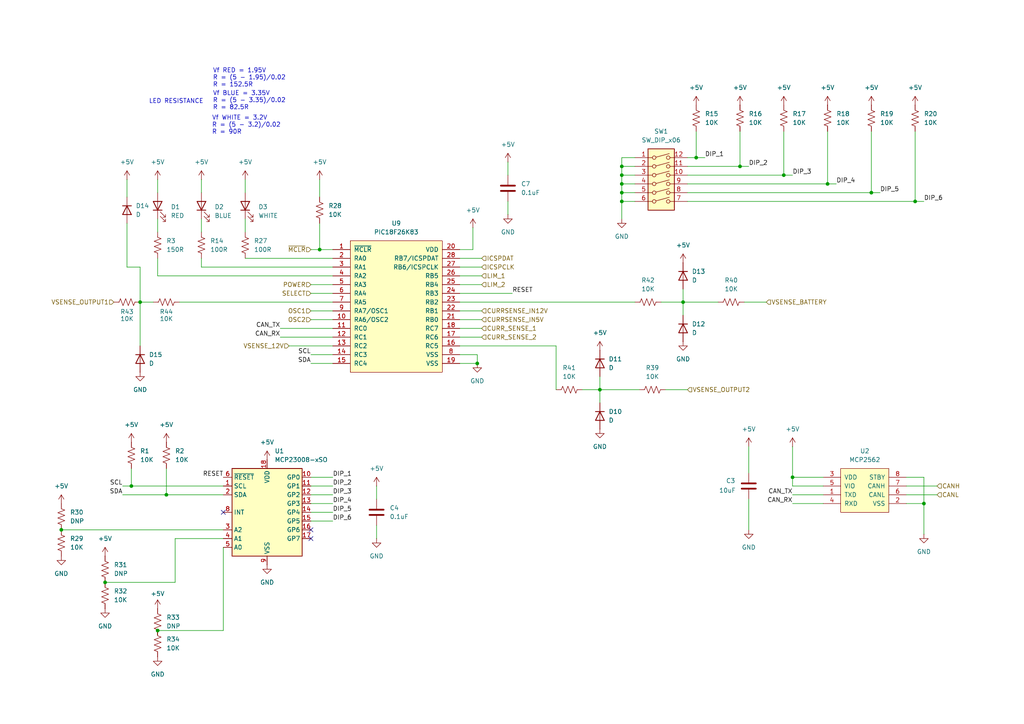
<source format=kicad_sch>
(kicad_sch (version 20231120) (generator "eeschema") (generator_version "8.0")
  (paper "A4")
  (lib_symbols
    (symbol "Device:C" (pin_numbers hide) (pin_names (offset 0.254))
      (property "Reference" "C" (at 0.635 2.54 0))
      (property "Value" "C" (at 0.635 -2.54 0))
      (symbol "C_0_1"
        (polyline (pts (xy -2.032 -0.762) (xy 2.032 -0.762)) (stroke (width 0.508)))
        (polyline (pts (xy -2.032 0.762) (xy 2.032 0.762)) (stroke (width 0.508)))
      )
      (symbol "C_1_1"
        (pin passive line (at 0 3.81 270) (length 2.794) (name "~") (number "1"))
        (pin passive line (at 0 -3.81 90) (length 2.794) (name "~") (number "2"))
      )
    )
    (symbol "Device:D" (pin_numbers hide) (pin_names (offset 1.016) hide)
      (property "Reference" "D" (at 0 2.54 0))
      (property "Value" "D" (at 0 -2.54 0))
      (symbol "D_0_1"
        (polyline (pts (xy -1.27 1.27) (xy -1.27 -1.27)) (stroke (width 0.254)))
        (polyline (pts (xy 1.27 0) (xy -1.27 0)))
        (polyline (pts (xy 1.27 1.27) (xy 1.27 -1.27) (xy -1.27 0) (xy 1.27 1.27)) (stroke (width 0.254)))
      )
      (symbol "D_1_1"
        (pin passive line (at -3.81 0 0) (length 2.54) (name "K") (number "1"))
        (pin passive line (at 3.81 0 180) (length 2.54) (name "A") (number "2"))
      )
    )
    (symbol "Device:LED" (pin_numbers hide) (pin_names (offset 1.016) hide)
      (property "Reference" "D" (at 0 2.54 0))
      (property "Value" "LED" (at 0 -2.54 0))
      (symbol "LED_0_1"
        (polyline (pts (xy -1.27 -1.27) (xy -1.27 1.27)) (stroke (width 0.254)))
        (polyline (pts (xy -1.27 0) (xy 1.27 0)))
        (polyline (pts (xy 1.27 -1.27) (xy 1.27 1.27) (xy -1.27 0) (xy 1.27 -1.27)) (stroke (width 0.254)))
        (polyline (pts (xy -3.048 -0.762) (xy -4.572 -2.286) (xy -3.81 -2.286) (xy -4.572 -2.286) (xy -4.572 -1.524)))
        (polyline (pts (xy -1.778 -0.762) (xy -3.302 -2.286) (xy -2.54 -2.286) (xy -3.302 -2.286) (xy -3.302 -1.524)))
      )
      (symbol "LED_1_1"
        (pin passive line (at -3.81 0 0) (length 2.54) (name "K") (number "1"))
        (pin passive line (at 3.81 0 180) (length 2.54) (name "A") (number "2"))
      )
    )
    (symbol "Device:R_US" (pin_numbers hide) (pin_names (offset 0))
      (property "Reference" "R" (at 2.54 0 90))
      (property "Value" "R_US" (at -2.54 0 90))
      (symbol "R_US_0_1"
        (polyline (pts (xy 0 -2.286) (xy 0 -2.54)))
        (polyline (pts (xy 0 2.286) (xy 0 2.54)))
        (polyline (pts (xy 0 -0.762) (xy 1.016 -1.143) (xy 0 -1.524) (xy -1.016 -1.905) (xy 0 -2.286)))
        (polyline (pts (xy 0 0.762) (xy 1.016 0.381) (xy 0 0) (xy -1.016 -0.381) (xy 0 -0.762)))
        (polyline (pts (xy 0 2.286) (xy 1.016 1.905) (xy 0 1.524) (xy -1.016 1.143) (xy 0 0.762)))
      )
      (symbol "R_US_1_1"
        (pin passive line (at 0 3.81 270) (length 1.27) (name "~") (number "1"))
        (pin passive line (at 0 -3.81 90) (length 1.27) (name "~") (number "2"))
      )
    )
    (symbol "Interface_Expansion:MCP23008-xSO"
      (property "Reference" "U" (at -8.89 13.97 0))
      (property "Value" "MCP23008-xSO" (at 8.89 13.97 0))
      (symbol "MCP23008-xSO_0_1"
        (rectangle (start -10.16 12.7) (end 10.16 -12.7) (stroke (width 0.254)) (fill (type background)))
      )
      (symbol "MCP23008-xSO_1_1"
        (pin input line (at -12.7 7.62 0) (length 2.54) (name "SCL") (number "1"))
        (pin bidirectional line (at 12.7 10.16 180) (length 2.54) (name "GP0") (number "10"))
        (pin bidirectional line (at 12.7 7.62 180) (length 2.54) (name "GP1") (number "11"))
        (pin bidirectional line (at 12.7 5.08 180) (length 2.54) (name "GP2") (number "12"))
        (pin bidirectional line (at 12.7 2.54 180) (length 2.54) (name "GP3") (number "13"))
        (pin bidirectional line (at 12.7 0 180) (length 2.54) (name "GP4") (number "14"))
        (pin bidirectional line (at 12.7 -2.54 180) (length 2.54) (name "GP5") (number "15"))
        (pin bidirectional line (at 12.7 -5.08 180) (length 2.54) (name "GP6") (number "16"))
        (pin bidirectional line (at 12.7 -7.62 180) (length 2.54) (name "GP7") (number "17"))
        (pin power_in line (at 0 15.24 270) (length 2.54) (name "VDD") (number "18"))
        (pin bidirectional line (at -12.7 5.08 0) (length 2.54) (name "SDA") (number "2"))
        (pin input line (at -12.7 -5.08 0) (length 2.54) (name "A2") (number "3"))
        (pin input line (at -12.7 -7.62 0) (length 2.54) (name "A1") (number "4"))
        (pin input line (at -12.7 -10.16 0) (length 2.54) (name "A0") (number "5"))
        (pin input line (at -12.7 10.16 0) (length 2.54) (name "~{RESET}") (number "6"))
        (pin no_connect line (at -10.16 -2.54 0) (length 2.54) hide (name "NC") (number "7"))
        (pin output line (at -12.7 0 0) (length 2.54) (name "INT") (number "8"))
        (pin power_in line (at 0 -15.24 90) (length 2.54) (name "VSS") (number "9"))
      )
    )
    (symbol "Switch:SW_DIP_x06" (pin_names (offset 0) hide)
      (property "Reference" "SW" (at 0 11.43 0))
      (property "Value" "SW_DIP_x06" (at 0 -8.89 0))
      (symbol "SW_DIP_x06_0_0"
        (circle (center -2.032 -5.08) (radius 0.508))
        (circle (center -2.032 -2.54) (radius 0.508))
        (circle (center -2.032 0) (radius 0.508))
        (circle (center -2.032 2.54) (radius 0.508))
        (circle (center -2.032 5.08) (radius 0.508))
        (circle (center -2.032 7.62) (radius 0.508))
        (polyline (pts (xy -1.524 -4.9276) (xy 2.3622 -3.8862)))
        (polyline (pts (xy -1.524 -2.3876) (xy 2.3622 -1.3462)))
        (polyline (pts (xy -1.524 0.127) (xy 2.3622 1.1684)))
        (polyline (pts (xy -1.524 2.667) (xy 2.3622 3.7084)))
        (polyline (pts (xy -1.524 5.207) (xy 2.3622 6.2484)))
        (polyline (pts (xy -1.524 7.747) (xy 2.3622 8.7884)))
        (circle (center 2.032 -5.08) (radius 0.508))
        (circle (center 2.032 -2.54) (radius 0.508))
        (circle (center 2.032 0) (radius 0.508))
        (circle (center 2.032 2.54) (radius 0.508))
        (circle (center 2.032 5.08) (radius 0.508))
        (circle (center 2.032 7.62) (radius 0.508))
      )
      (symbol "SW_DIP_x06_0_1"
        (rectangle (start -3.81 10.16) (end 3.81 -7.62) (stroke (width 0.254)) (fill (type background)))
      )
      (symbol "SW_DIP_x06_1_1"
        (pin passive line (at -7.62 7.62 0) (length 5.08) (name "~") (number "1"))
        (pin passive line (at 7.62 2.54 180) (length 5.08) (name "~") (number "10"))
        (pin passive line (at 7.62 5.08 180) (length 5.08) (name "~") (number "11"))
        (pin passive line (at 7.62 7.62 180) (length 5.08) (name "~") (number "12"))
        (pin passive line (at -7.62 5.08 0) (length 5.08) (name "~") (number "2"))
        (pin passive line (at -7.62 2.54 0) (length 5.08) (name "~") (number "3"))
        (pin passive line (at -7.62 0 0) (length 5.08) (name "~") (number "4"))
        (pin passive line (at -7.62 -2.54 0) (length 5.08) (name "~") (number "5"))
        (pin passive line (at -7.62 -5.08 0) (length 5.08) (name "~") (number "6"))
        (pin passive line (at 7.62 -5.08 180) (length 5.08) (name "~") (number "7"))
        (pin passive line (at 7.62 -2.54 180) (length 5.08) (name "~") (number "8"))
        (pin passive line (at 7.62 0 180) (length 5.08) (name "~") (number "9"))
      )
    )
    (symbol "canhw:MCP2562" (pin_names (offset 1.016))
      (property "Reference" "U" (at 5.08 3.81 0))
      (property "Value" "MCP2562" (at -3.81 3.81 0))
      (symbol "MCP2562_0_1"
        (rectangle (start -7.62 2.54) (end 6.35 -10.16) (fill (type background)))
      )
      (symbol "MCP2562_1_1"
        (pin bidirectional line (at -12.7 -5.08 0) (length 5.08) (name "TXD") (number "1"))
        (pin power_in line (at 11.43 -7.62 180) (length 5.08) (name "VSS") (number "2"))
        (pin power_in line (at -12.7 0 0) (length 5.08) (name "VDD") (number "3"))
        (pin bidirectional line (at -12.7 -7.62 0) (length 5.08) (name "RXD") (number "4"))
        (pin bidirectional line (at -12.7 -2.54 0) (length 5.08) (name "VIO") (number "5"))
        (pin bidirectional line (at 11.43 -5.08 180) (length 5.08) (name "CANL") (number "6"))
        (pin bidirectional line (at 11.43 -2.54 180) (length 5.08) (name "CANH") (number "7"))
        (pin bidirectional line (at 11.43 0 180) (length 5.08) (name "STBY") (number "8"))
      )
    )
    (symbol "canhw:PIC18F26K83" (pin_names (offset 1.016))
      (property "Reference" "U" (at 11.43 20.32 0))
      (property "Value" "PIC18F26K83" (at -7.62 20.32 0))
      (symbol "PIC18F26K83_0_1"
        (rectangle (start -13.97 19.05) (end 12.7 -19.05) (fill (type background)))
      )
      (symbol "PIC18F26K83_1_1"
        (pin input line (at -19.05 16.51 0) (length 5.08) (name "~{MCLR}") (number "1"))
        (pin bidirectional line (at -19.05 -3.81 0) (length 5.08) (name "RA6/OSC2") (number "10"))
        (pin bidirectional line (at -19.05 -6.35 0) (length 5.08) (name "RC0") (number "11"))
        (pin bidirectional line (at -19.05 -8.89 0) (length 5.08) (name "RC1") (number "12"))
        (pin bidirectional line (at -19.05 -11.43 0) (length 5.08) (name "RC2") (number "13"))
        (pin bidirectional line (at -19.05 -13.97 0) (length 5.08) (name "RC3") (number "14"))
        (pin bidirectional line (at -19.05 -16.51 0) (length 5.08) (name "RC4") (number "15"))
        (pin bidirectional line (at 17.78 -11.43 180) (length 5.08) (name "RC5") (number "16"))
        (pin bidirectional line (at 17.78 -8.89 180) (length 5.08) (name "RC6") (number "17"))
        (pin bidirectional line (at 17.78 -6.35 180) (length 5.08) (name "RC7") (number "18"))
        (pin power_in line (at 17.78 -16.51 180) (length 5.08) (name "VSS") (number "19"))
        (pin bidirectional line (at -19.05 13.97 0) (length 5.08) (name "RA0") (number "2"))
        (pin power_in line (at 17.78 16.51 180) (length 5.08) (name "VDD") (number "20"))
        (pin bidirectional line (at 17.78 -3.81 180) (length 5.08) (name "RB0") (number "21"))
        (pin bidirectional line (at 17.78 -1.27 180) (length 5.08) (name "RB1") (number "22"))
        (pin bidirectional line (at 17.78 1.27 180) (length 5.08) (name "RB2") (number "23"))
        (pin bidirectional line (at 17.78 3.81 180) (length 5.08) (name "RB3") (number "24"))
        (pin bidirectional line (at 17.78 6.35 180) (length 5.08) (name "RB4") (number "25"))
        (pin bidirectional line (at 17.78 8.89 180) (length 5.08) (name "RB5") (number "26"))
        (pin bidirectional line (at 17.78 11.43 180) (length 5.08) (name "RB6/ICSPCLK") (number "27"))
        (pin bidirectional line (at 17.78 13.97 180) (length 5.08) (name "RB7/ICSPDAT") (number "28"))
        (pin bidirectional line (at -19.05 11.43 0) (length 5.08) (name "RA1") (number "3"))
        (pin bidirectional line (at -19.05 8.89 0) (length 5.08) (name "RA2") (number "4"))
        (pin bidirectional line (at -19.05 6.35 0) (length 5.08) (name "RA3") (number "5"))
        (pin bidirectional line (at -19.05 3.81 0) (length 5.08) (name "RA4") (number "6"))
        (pin bidirectional line (at -19.05 1.27 0) (length 5.08) (name "RA5") (number "7"))
        (pin power_in line (at 17.78 -13.97 180) (length 5.08) (name "VSS") (number "8"))
        (pin bidirectional line (at -19.05 -1.27 0) (length 5.08) (name "RA7/OSC1") (number "9"))
      )
    )
    (symbol "power:+5V" (power) (pin_numbers hide) (pin_names (offset 0) hide)
      (property "Value" "+5V" (at 0 3.556 0))
      (symbol "+5V_0_1"
        (polyline (pts (xy -0.762 1.27) (xy 0 2.54)))
        (polyline (pts (xy 0 0) (xy 0 2.54)))
        (polyline (pts (xy 0 2.54) (xy 0.762 1.27)))
      )
      (symbol "+5V_1_1"
        (pin power_in line (at 0 0 90) (length 0) (name "~") (number "1"))
      )
    )
    (symbol "power:GND" (power) (pin_numbers hide) (pin_names (offset 0) hide)
      (property "Value" "GND" (at 0 -3.81 0))
      (symbol "GND_0_1"
        (polyline (pts (xy 0 0) (xy 0 -1.27) (xy 1.27 -1.27) (xy 0 -2.54) (xy -1.27 -1.27) (xy 0 -1.27)))
      )
      (symbol "GND_1_1"
        (pin power_in line (at 0 0 270) (length 0) (name "~") (number "1"))
      )
    )
  )
  (junction (at 48.26 143.51))
  (junction (at 180.34 55.88))
  (junction (at 227.33 50.8))
  (junction (at 173.99 113.03))
  (junction (at 45.72 182.88))
  (junction (at 198.12 87.63))
  (junction (at 180.34 58.42))
  (junction (at 240.03 53.34))
  (junction (at 180.34 50.8))
  (junction (at 265.43 58.42))
  (junction (at 201.93 45.72))
  (junction (at 38.1 140.97))
  (junction (at 229.87 138.43))
  (junction (at 180.34 53.34))
  (junction (at 252.73 55.88))
  (junction (at 30.48 168.91))
  (junction (at 138.43 105.41))
  (junction (at 40.64 87.63))
  (junction (at 214.63 48.26))
  (junction (at 267.97 146.05))
  (junction (at 180.34 48.26))
  (junction (at 92.71 72.39))
  (junction (at 17.78 153.67))
  (no_connect (at 64.77 148.59))
  (no_connect (at 90.17 156.21))
  (no_connect (at 90.17 153.67))
  (wire (pts (xy 180.34 48.26) (xy 180.34 50.8)))
  (wire (pts (xy 138.43 102.87) (xy 138.43 105.41)))
  (wire (pts (xy 45.72 74.93) (xy 45.72 80.01)))
  (wire (pts (xy 133.35 80.01) (xy 139.7 80.01)))
  (wire (pts (xy 229.87 129.54) (xy 229.87 138.43)))
  (wire (pts (xy 40.64 77.47) (xy 40.64 87.63)))
  (wire (pts (xy 38.1 135.89) (xy 38.1 140.97)))
  (wire (pts (xy 48.26 135.89) (xy 48.26 143.51)))
  (wire (pts (xy 265.43 38.1) (xy 265.43 58.42)))
  (wire (pts (xy 198.12 87.63) (xy 198.12 91.44)))
  (wire (pts (xy 64.77 158.75) (xy 64.77 182.88)))
  (wire (pts (xy 227.33 50.8) (xy 229.87 50.8)))
  (wire (pts (xy 168.91 113.03) (xy 173.99 113.03)))
  (wire (pts (xy 45.72 184.15) (xy 45.72 182.88)))
  (wire (pts (xy 214.63 38.1) (xy 214.63 48.26)))
  (wire (pts (xy 193.04 113.03) (xy 199.39 113.03)))
  (wire (pts (xy 262.89 140.97) (xy 271.78 140.97)))
  (wire (pts (xy 214.63 48.26) (xy 217.17 48.26)))
  (wire (pts (xy 201.93 38.1) (xy 201.93 45.72)))
  (wire (pts (xy 180.34 45.72) (xy 180.34 48.26)))
  (wire (pts (xy 133.35 102.87) (xy 138.43 102.87)))
  (wire (pts (xy 133.35 90.17) (xy 139.7 90.17)))
  (wire (pts (xy 191.77 87.63) (xy 198.12 87.63)))
  (wire (pts (xy 161.29 100.33) (xy 161.29 113.03)))
  (wire (pts (xy 90.17 72.39) (xy 92.71 72.39)))
  (wire (pts (xy 184.15 45.72) (xy 180.34 45.72)))
  (wire (pts (xy 180.34 50.8) (xy 184.15 50.8)))
  (wire (pts (xy 90.17 82.55) (xy 96.52 82.55)))
  (wire (pts (xy 265.43 58.42) (xy 267.97 58.42)))
  (wire (pts (xy 109.22 140.97) (xy 109.22 144.78)))
  (wire (pts (xy 90.17 85.09) (xy 96.52 85.09)))
  (wire (pts (xy 238.76 140.97) (xy 229.87 140.97)))
  (wire (pts (xy 199.39 58.42) (xy 265.43 58.42)))
  (wire (pts (xy 133.35 100.33) (xy 161.29 100.33)))
  (wire (pts (xy 240.03 53.34) (xy 242.57 53.34)))
  (wire (pts (xy 45.72 52.07) (xy 45.72 55.88)))
  (wire (pts (xy 133.35 77.47) (xy 139.7 77.47)))
  (wire (pts (xy 252.73 38.1) (xy 252.73 55.88)))
  (wire (pts (xy 90.17 148.59) (xy 96.52 148.59)))
  (wire (pts (xy 180.34 50.8) (xy 180.34 53.34)))
  (wire (pts (xy 173.99 113.03) (xy 173.99 116.84)))
  (wire (pts (xy 90.17 143.51) (xy 96.52 143.51)))
  (wire (pts (xy 147.32 62.23) (xy 147.32 58.42)))
  (wire (pts (xy 71.12 63.5) (xy 71.12 67.31)))
  (wire (pts (xy 92.71 52.07) (xy 92.71 57.15)))
  (wire (pts (xy 227.33 38.1) (xy 227.33 50.8)))
  (wire (pts (xy 64.77 182.88) (xy 45.72 182.88)))
  (wire (pts (xy 96.52 77.47) (xy 58.42 77.47)))
  (wire (pts (xy 36.83 57.15) (xy 36.83 52.07)))
  (wire (pts (xy 180.34 53.34) (xy 184.15 53.34)))
  (wire (pts (xy 180.34 53.34) (xy 180.34 55.88)))
  (wire (pts (xy 199.39 53.34) (xy 240.03 53.34)))
  (wire (pts (xy 133.35 82.55) (xy 139.7 82.55)))
  (wire (pts (xy 217.17 153.67) (xy 217.17 144.78)))
  (wire (pts (xy 71.12 52.07) (xy 71.12 55.88)))
  (wire (pts (xy 83.82 100.33) (xy 96.52 100.33)))
  (wire (pts (xy 109.22 156.21) (xy 109.22 152.4)))
  (wire (pts (xy 96.52 80.01) (xy 45.72 80.01)))
  (wire (pts (xy 133.35 105.41) (xy 138.43 105.41)))
  (wire (pts (xy 36.83 77.47) (xy 40.64 77.47)))
  (wire (pts (xy 180.34 48.26) (xy 184.15 48.26)))
  (wire (pts (xy 201.93 45.72) (xy 204.47 45.72)))
  (wire (pts (xy 262.89 143.51) (xy 271.78 143.51)))
  (wire (pts (xy 198.12 83.82) (xy 198.12 87.63)))
  (wire (pts (xy 133.35 72.39) (xy 137.16 72.39)))
  (wire (pts (xy 81.28 95.25) (xy 96.52 95.25)))
  (wire (pts (xy 92.71 72.39) (xy 96.52 72.39)))
  (wire (pts (xy 64.77 156.21) (xy 50.8 156.21)))
  (wire (pts (xy 52.07 87.63) (xy 96.52 87.63)))
  (wire (pts (xy 90.17 92.71) (xy 96.52 92.71)))
  (wire (pts (xy 90.17 102.87) (xy 96.52 102.87)))
  (wire (pts (xy 38.1 140.97) (xy 64.77 140.97)))
  (wire (pts (xy 90.17 105.41) (xy 96.52 105.41)))
  (wire (pts (xy 90.17 146.05) (xy 96.52 146.05)))
  (wire (pts (xy 199.39 48.26) (xy 214.63 48.26)))
  (wire (pts (xy 81.28 97.79) (xy 96.52 97.79)))
  (wire (pts (xy 133.35 87.63) (xy 184.15 87.63)))
  (wire (pts (xy 229.87 146.05) (xy 238.76 146.05)))
  (wire (pts (xy 229.87 140.97) (xy 229.87 138.43)))
  (wire (pts (xy 90.17 140.97) (xy 96.52 140.97)))
  (wire (pts (xy 199.39 45.72) (xy 201.93 45.72)))
  (wire (pts (xy 90.17 151.13) (xy 96.52 151.13)))
  (wire (pts (xy 229.87 143.51) (xy 238.76 143.51)))
  (wire (pts (xy 252.73 55.88) (xy 255.27 55.88)))
  (wire (pts (xy 133.35 97.79) (xy 139.7 97.79)))
  (wire (pts (xy 267.97 146.05) (xy 267.97 154.94)))
  (wire (pts (xy 180.34 55.88) (xy 180.34 58.42)))
  (wire (pts (xy 35.56 140.97) (xy 38.1 140.97)))
  (wire (pts (xy 58.42 63.5) (xy 58.42 67.31)))
  (wire (pts (xy 133.35 92.71) (xy 139.7 92.71)))
  (wire (pts (xy 180.34 58.42) (xy 184.15 58.42)))
  (wire (pts (xy 215.9 87.63) (xy 222.25 87.63)))
  (wire (pts (xy 133.35 74.93) (xy 139.7 74.93)))
  (wire (pts (xy 199.39 55.88) (xy 252.73 55.88)))
  (wire (pts (xy 147.32 46.99) (xy 147.32 50.8)))
  (wire (pts (xy 40.64 87.63) (xy 40.64 100.33)))
  (wire (pts (xy 173.99 113.03) (xy 185.42 113.03)))
  (wire (pts (xy 30.48 168.91) (xy 50.8 168.91)))
  (wire (pts (xy 199.39 50.8) (xy 227.33 50.8)))
  (wire (pts (xy 173.99 109.22) (xy 173.99 113.03)))
  (wire (pts (xy 238.76 138.43) (xy 229.87 138.43)))
  (wire (pts (xy 180.34 58.42) (xy 180.34 63.5)))
  (wire (pts (xy 262.89 138.43) (xy 267.97 138.43)))
  (wire (pts (xy 198.12 87.63) (xy 208.28 87.63)))
  (wire (pts (xy 45.72 63.5) (xy 45.72 67.31)))
  (wire (pts (xy 133.35 95.25) (xy 139.7 95.25)))
  (wire (pts (xy 35.56 143.51) (xy 48.26 143.51)))
  (wire (pts (xy 262.89 146.05) (xy 267.97 146.05)))
  (wire (pts (xy 137.16 66.04) (xy 137.16 72.39)))
  (wire (pts (xy 217.17 129.54) (xy 217.17 137.16)))
  (wire (pts (xy 92.71 64.77) (xy 92.71 72.39)))
  (wire (pts (xy 240.03 38.1) (xy 240.03 53.34)))
  (wire (pts (xy 90.17 138.43) (xy 96.52 138.43)))
  (wire (pts (xy 58.42 74.93) (xy 58.42 77.47)))
  (wire (pts (xy 267.97 138.43) (xy 267.97 146.05)))
  (wire (pts (xy 50.8 156.21) (xy 50.8 168.91)))
  (wire (pts (xy 36.83 64.77) (xy 36.83 77.47)))
  (wire (pts (xy 48.26 143.51) (xy 64.77 143.51)))
  (wire (pts (xy 58.42 52.07) (xy 58.42 55.88)))
  (wire (pts (xy 180.34 55.88) (xy 184.15 55.88)))
  (wire (pts (xy 133.35 85.09) (xy 148.59 85.09)))
  (wire (pts (xy 90.17 90.17) (xy 96.52 90.17)))
  (wire (pts (xy 44.45 87.63) (xy 40.64 87.63)))
  (wire (pts (xy 17.78 153.67) (xy 64.77 153.67)))
  (wire (pts (xy 96.52 74.93) (xy 71.12 74.93)))
  (text "Vf RED = 1.95V\nR = (5 - 1.95)/0.02\nR = 152.5R" (at 61.722 22.606 0) (effects (font (size 1.27 1.27)) (justify left)))
  (text "Vf WHITE = 3.2V\nR = (5 - 3.2)/0.02\nR = 90R" (at 61.468 36.322 0) (effects (font (size 1.27 1.27)) (justify left)))
  (text "LED RESISTANCE" (at 43.18 29.464 0) (effects (font (size 1.27 1.27)) (justify left)))
  (text "Vf BLUE = 3.35V\nR = (5 - 3.35)/0.02\nR = 82.5R" (at 61.722 29.21 0) (effects (font (size 1.27 1.27)) (justify left)))
  (label "DIP_2" (at 96.52 140.97 0))
  (label "CAN_TX" (at 81.28 95.25 180))
  (label "RESET" (at 148.59 85.09 0))
  (label "CAN_RX" (at 81.28 97.79 180))
  (label "DIP_5" (at 96.52 148.59 0))
  (label "SDA" (at 35.56 143.51 180))
  (label "DIP_6" (at 96.52 151.13 0))
  (label "DIP_3" (at 96.52 143.51 0))
  (label "CAN_TX" (at 229.87 143.51 180))
  (label "CAN_RX" (at 229.87 146.05 180))
  (label "DIP_6" (at 267.97 58.42 0))
  (label "DIP_2" (at 217.17 48.26 0))
  (label "DIP_1" (at 204.47 45.72 0))
  (label "RESET" (at 64.77 138.43 180))
  (label "DIP_3" (at 229.87 50.8 0))
  (label "SCL" (at 90.17 102.87 180))
  (label "DIP_5" (at 255.27 55.88 0))
  (label "SDA" (at 90.17 105.41 180))
  (label "DIP_1" (at 96.52 138.43 0))
  (label "DIP_4" (at 96.52 146.05 0))
  (label "DIP_4" (at 242.57 53.34 0))
  (label "SCL" (at 35.56 140.97 180))
  (hierarchical_label "SELECT" (shape input) (at 90.17 85.09 180))
  (hierarchical_label "CURRSENSE_IN5V" (shape input) (at 139.7 92.71 0))
  (hierarchical_label "~{MCLR}" (shape input) (at 90.17 72.39 180))
  (hierarchical_label "ICSPDAT" (shape input) (at 139.7 74.93 0))
  (hierarchical_label "CURRSENSE_IN12V" (shape input) (at 139.7 90.17 0))
  (hierarchical_label "CANH" (shape input) (at 271.78 140.97 0))
  (hierarchical_label "OSC2" (shape input) (at 90.17 92.71 180))
  (hierarchical_label "CURR_SENSE_1" (shape input) (at 139.7 95.25 0))
  (hierarchical_label "VSENSE_12V" (shape input) (at 83.82 100.33 180))
  (hierarchical_label "ICSPCLK" (shape input) (at 139.7 77.47 0))
  (hierarchical_label "LIM_1" (shape input) (at 139.7 80.01 0))
  (hierarchical_label "CANL" (shape input) (at 271.78 143.51 0))
  (hierarchical_label "POWER" (shape input) (at 90.17 82.55 180))
  (hierarchical_label "VSENSE_OUTPUT2" (shape input) (at 199.39 113.03 0))
  (hierarchical_label "OSC1" (shape input) (at 90.17 90.17 180))
  (hierarchical_label "VSENSE_BATTERY" (shape input) (at 222.25 87.63 0))
  (hierarchical_label "LIM_2" (shape input) (at 139.7 82.55 0))
  (hierarchical_label "CURR_SENSE_2" (shape input) (at 139.7 97.79 0))
  (hierarchical_label "VSENSE_OUTPUT1" (shape input) (at 33.02 87.63 180))
  (symbol (lib_id "power:GND") (at 30.48 176.53 0) (unit 1)
    (property "Reference" "#PWR070" (effects (hide yes)))
    (property "Value" "GND" (at 30.48 181.61 0))
    (property "Description" "Power symbol creates a global label with name \"GND\" , ground" (effects (hide yes)))
  )
  (symbol (lib_id "Device:R_US") (at 187.96 87.63 90) (unit 1)
    (property "Reference" "R42" (at 187.96 81.28 90))
    (property "Value" "10K" (at 187.96 83.82 90))
    (property "Footprint" "Resistor_SMD:R_0805_2012Metric_Pad1.20x1.40mm_HandSolder" (effects (hide yes)))
    (property "Description" "Resistor, US symbol" (effects (hide yes)))
  )
  (symbol (lib_id "power:+5V") (at 45.72 52.07 0) (unit 1)
    (property "Reference" "#PWR010" (effects (hide yes)))
    (property "Value" "+5V" (at 45.72 46.99 0))
    (property "Description" "Power symbol creates a global label with name \"+5V\"" (effects (hide yes)))
  )
  (symbol (lib_id "Device:R_US") (at 45.72 180.34 0) (unit 1)
    (property "Reference" "R33" (at 48.26 179.0699 0) (effects (justify left)))
    (property "Value" "DNP" (at 48.26 181.6099 0) (effects (justify left)))
    (property "Footprint" "Resistor_SMD:R_0805_2012Metric_Pad1.20x1.40mm_HandSolder" (effects (hide yes)))
    (property "Description" "Resistor, US symbol" (effects (hide yes)))
  )
  (symbol (lib_id "Interface_Expansion:MCP23008-xSO") (at 77.47 148.59 0) (unit 1)
    (property "Reference" "U1" (at 79.6641 130.81 0) (effects (justify left)))
    (property "Value" "MCP23008-xSO" (at 79.6641 133.35 0) (effects (justify left)))
    (property "Footprint" "Package_SO:SOIC-18W_7.5x11.6mm_P1.27mm" (effects (hide yes)))
    (property "Datasheet" "http://ww1.microchip.com/downloads/en/DeviceDoc/MCP23008-MCP23S08-Data-Sheet-20001919F.pdf" (effects (hide yes)))
    (property "Description" "8-bit I/O expander, I2C, interrupts, SOIC-18" (effects (hide yes)))
  )
  (symbol (lib_id "Device:D") (at 198.12 80.01 270) (unit 1)
    (property "Reference" "D13" (at 200.66 78.7399 90) (effects (justify left)))
    (property "Value" "D" (at 200.66 81.2799 90) (effects (justify left)))
    (property "Footprint" "Diode_SMD:D_SMB_Handsoldering" (effects (hide yes)))
    (property "Description" "Diode" (effects (hide yes)))
    (property "Sim.Device" "D" (effects (hide yes)))
    (property "Sim.Pins" "1=K 2=A" (effects (hide yes)))
  )
  (symbol (lib_id "power:GND") (at 77.47 163.83 0) (unit 1)
    (property "Reference" "#PWR012" (effects (hide yes)))
    (property "Value" "GND" (at 77.47 168.91 0))
    (property "Description" "Power symbol creates a global label with name \"GND\" , ground" (effects (hide yes)))
  )
  (symbol (lib_id "Switch:SW_DIP_x06") (at 191.77 53.34 0) (unit 1)
    (property "Reference" "SW1" (at 191.77 38.1 0))
    (property "Value" "SW_DIP_x06" (at 191.77 40.64 0))
    (property "Footprint" "Button_Switch_THT:SW_DIP_SPSTx06_Slide_9.78x17.42mm_W7.62mm_P2.54mm" (effects (hide yes)))
    (property "Description" "6x DIP Switch, Single Pole Single Throw (SPST) switch, small symbol" (effects (hide yes)))
  )
  (symbol (lib_id "power:+5V") (at 265.43 30.48 0) (unit 1)
    (property "Reference" "#PWR045" (effects (hide yes)))
    (property "Value" "+5V" (at 265.43 25.4 0))
    (property "Description" "Power symbol creates a global label with name \"+5V\"" (effects (hide yes)))
  )
  (symbol (lib_id "power:+5V") (at 17.78 146.05 0) (unit 1)
    (property "Reference" "#PWR068" (effects (hide yes)))
    (property "Value" "+5V" (at 17.78 140.97 0))
    (property "Description" "Power symbol creates a global label with name \"+5V\"" (effects (hide yes)))
  )
  (symbol (lib_id "Device:LED") (at 45.72 59.69 90) (unit 1)
    (property "Reference" "D1" (at 49.53 60.0074 90) (effects (justify right)))
    (property "Value" "RED" (at 49.53 62.5474 90) (effects (justify right)))
    (property "Footprint" "LED_SMD:LED_1206_3216Metric_Pad1.42x1.75mm_HandSolder" (effects (hide yes)))
    (property "Description" "Light emitting diode" (effects (hide yes)))
  )
  (symbol (lib_id "Device:R_US") (at 201.93 34.29 0) (unit 1)
    (property "Reference" "R15" (at 204.47 33.0199 0) (effects (justify left)))
    (property "Value" "10K" (at 204.47 35.5599 0) (effects (justify left)))
    (property "Footprint" "Resistor_SMD:R_0805_2012Metric_Pad1.20x1.40mm_HandSolder" (effects (hide yes)))
    (property "Description" "Resistor, US symbol" (effects (hide yes)))
  )
  (symbol (lib_id "Device:R_US") (at 165.1 113.03 90) (unit 1)
    (property "Reference" "R41" (at 165.1 106.68 90))
    (property "Value" "10K" (at 165.1 109.22 90))
    (property "Footprint" "Resistor_SMD:R_0805_2012Metric_Pad1.20x1.40mm_HandSolder" (effects (hide yes)))
    (property "Description" "Resistor, US symbol" (effects (hide yes)))
  )
  (symbol (lib_id "Device:R_US") (at 71.12 71.12 0) (unit 1)
    (property "Reference" "R27" (at 73.66 69.8499 0) (effects (justify left)))
    (property "Value" "100R" (at 73.66 72.3899 0) (effects (justify left)))
    (property "Footprint" "Resistor_SMD:R_0805_2012Metric_Pad1.20x1.40mm_HandSolder" (effects (hide yes)))
    (property "Description" "Resistor, US symbol" (effects (hide yes)))
  )
  (symbol (lib_id "Device:R_US") (at 240.03 34.29 0) (unit 1)
    (property "Reference" "R18" (at 242.57 33.0199 0) (effects (justify left)))
    (property "Value" "10K" (at 242.57 35.5599 0) (effects (justify left)))
    (property "Footprint" "Resistor_SMD:R_0805_2012Metric_Pad1.20x1.40mm_HandSolder" (effects (hide yes)))
    (property "Description" "Resistor, US symbol" (effects (hide yes)))
  )
  (symbol (lib_id "power:+5V") (at 48.26 128.27 0) (unit 1)
    (property "Reference" "#PWR09" (effects (hide yes)))
    (property "Value" "+5V" (at 48.26 123.19 0))
    (property "Description" "Power symbol creates a global label with name \"+5V\"" (effects (hide yes)))
  )
  (symbol (lib_id "Device:R_US") (at 38.1 132.08 0) (unit 1)
    (property "Reference" "R1" (at 40.64 130.8099 0) (effects (justify left)))
    (property "Value" "10K" (at 40.64 133.3499 0) (effects (justify left)))
    (property "Footprint" "Resistor_SMD:R_0805_2012Metric_Pad1.20x1.40mm_HandSolder" (effects (hide yes)))
    (property "Description" "Resistor, US symbol" (effects (hide yes)))
  )
  (symbol (lib_id "Device:R_US") (at 227.33 34.29 0) (unit 1)
    (property "Reference" "R17" (at 229.87 33.0199 0) (effects (justify left)))
    (property "Value" "10K" (at 229.87 35.5599 0) (effects (justify left)))
    (property "Footprint" "Resistor_SMD:R_0805_2012Metric_Pad1.20x1.40mm_HandSolder" (effects (hide yes)))
    (property "Description" "Resistor, US symbol" (effects (hide yes)))
  )
  (symbol (lib_id "Device:C") (at 217.17 140.97 0) (unit 1)
    (property "Reference" "C3" (at 210.566 139.446 0) (effects (justify left)))
    (property "Value" "10uF" (at 208.534 142.24 0) (effects (justify left)))
    (property "Footprint" "Capacitor_SMD:C_0805_2012Metric_Pad1.18x1.45mm_HandSolder" (effects (hide yes)))
    (property "Description" "Unpolarized capacitor" (effects (hide yes)))
  )
  (symbol (lib_id "power:GND") (at 45.72 190.5 0) (unit 1)
    (property "Reference" "#PWR072" (effects (hide yes)))
    (property "Value" "GND" (at 45.72 195.58 0))
    (property "Description" "Power symbol creates a global label with name \"GND\" , ground" (effects (hide yes)))
  )
  (symbol (lib_id "Device:C") (at 147.32 54.61 0) (unit 1)
    (property "Reference" "C7" (at 151.13 53.3399 0) (effects (justify left)))
    (property "Value" "0.1uF" (at 151.13 55.8799 0) (effects (justify left)))
    (property "Footprint" "Capacitor_SMD:C_0805_2012Metric_Pad1.18x1.45mm_HandSolder" (effects (hide yes)))
    (property "Description" "Unpolarized capacitor" (effects (hide yes)))
  )
  (symbol (lib_id "power:+5V") (at 147.32 46.99 0) (unit 1)
    (property "Reference" "#PWR059" (effects (hide yes)))
    (property "Value" "+5V" (at 147.32 41.91 0))
    (property "Description" "Power symbol creates a global label with name \"+5V\"" (effects (hide yes)))
  )
  (symbol (lib_id "power:GND") (at 138.43 105.41 0) (unit 1)
    (property "Reference" "#PWR058" (effects (hide yes)))
    (property "Value" "GND" (at 138.43 110.49 0))
    (property "Description" "Power symbol creates a global label with name \"GND\" , ground" (effects (hide yes)))
  )
  (symbol (lib_id "Device:R_US") (at 48.26 87.63 90) (unit 1)
    (property "Reference" "R44" (at 48.26 90.424 90))
    (property "Value" "10K" (at 48.26 92.456 90))
    (property "Footprint" "Resistor_SMD:R_0805_2012Metric_Pad1.20x1.40mm_HandSolder" (effects (hide yes)))
    (property "Description" "Resistor, US symbol" (effects (hide yes)))
  )
  (symbol (lib_id "Device:R_US") (at 212.09 87.63 90) (unit 1)
    (property "Reference" "R40" (at 212.09 81.28 90))
    (property "Value" "10K" (at 212.09 83.82 90))
    (property "Footprint" "Resistor_SMD:R_0805_2012Metric_Pad1.20x1.40mm_HandSolder" (effects (hide yes)))
    (property "Description" "Resistor, US symbol" (effects (hide yes)))
  )
  (symbol (lib_id "power:+5V") (at 217.17 129.54 0) (unit 1)
    (property "Reference" "#PWR04" (effects (hide yes)))
    (property "Value" "+5V" (at 217.17 124.46 0))
    (property "Description" "Power symbol creates a global label with name \"+5V\"" (effects (hide yes)))
  )
  (symbol (lib_id "power:+5V") (at 227.33 30.48 0) (unit 1)
    (property "Reference" "#PWR042" (effects (hide yes)))
    (property "Value" "+5V" (at 227.33 25.4 0))
    (property "Description" "Power symbol creates a global label with name \"+5V\"" (effects (hide yes)))
  )
  (symbol (lib_id "Device:C") (at 109.22 148.59 0) (unit 1)
    (property "Reference" "C4" (at 113.03 147.3199 0) (effects (justify left)))
    (property "Value" "0.1uF" (at 113.03 149.8599 0) (effects (justify left)))
    (property "Footprint" "Capacitor_SMD:C_0805_2012Metric_Pad1.18x1.45mm_HandSolder" (effects (hide yes)))
    (property "Description" "Unpolarized capacitor" (effects (hide yes)))
  )
  (symbol (lib_id "power:+5V") (at 173.99 101.6 0) (unit 1)
    (property "Reference" "#PWR076" (effects (hide yes)))
    (property "Value" "+5V" (at 173.99 96.52 0))
    (property "Description" "Power symbol creates a global label with name \"+5V\"" (effects (hide yes)))
  )
  (symbol (lib_id "power:GND") (at 109.22 156.21 0) (unit 1)
    (property "Reference" "#PWR055" (effects (hide yes)))
    (property "Value" "GND" (at 109.22 161.29 0))
    (property "Description" "Power symbol creates a global label with name \"GND\" , ground" (effects (hide yes)))
  )
  (symbol (lib_id "power:+5V") (at 30.48 161.29 0) (unit 1)
    (property "Reference" "#PWR069" (effects (hide yes)))
    (property "Value" "+5V" (at 30.48 156.21 0))
    (property "Description" "Power symbol creates a global label with name \"+5V\"" (effects (hide yes)))
  )
  (symbol (lib_id "power:+5V") (at 71.12 52.07 0) (unit 1)
    (property "Reference" "#PWR014" (effects (hide yes)))
    (property "Value" "+5V" (at 71.12 46.99 0))
    (property "Description" "Power symbol creates a global label with name \"+5V\"" (effects (hide yes)))
  )
  (symbol (lib_id "canhw:PIC18F26K83") (at 115.57 88.9 0) (unit 1)
    (property "Reference" "U9" (at 114.935 64.77 0))
    (property "Value" "PIC18F26K83" (at 114.935 67.31 0))
    (property "Footprint" "Package_SO:SOIC-28W_7.5x18.7mm_P1.27mm" (effects (hide yes)))
  )
  (symbol (lib_id "Device:R_US") (at 252.73 34.29 0) (unit 1)
    (property "Reference" "R19" (at 255.27 33.0199 0) (effects (justify left)))
    (property "Value" "10K" (at 255.27 35.5599 0) (effects (justify left)))
    (property "Footprint" "Resistor_SMD:R_0805_2012Metric_Pad1.20x1.40mm_HandSolder" (effects (hide yes)))
    (property "Description" "Resistor, US symbol" (effects (hide yes)))
  )
  (symbol (lib_id "power:+5V") (at 214.63 30.48 0) (unit 1)
    (property "Reference" "#PWR041" (effects (hide yes)))
    (property "Value" "+5V" (at 214.63 25.4 0))
    (property "Description" "Power symbol creates a global label with name \"+5V\"" (effects (hide yes)))
  )
  (symbol (lib_id "power:+5V") (at 58.42 52.07 0) (unit 1)
    (property "Reference" "#PWR013" (effects (hide yes)))
    (property "Value" "+5V" (at 58.42 46.99 0))
    (property "Description" "Power symbol creates a global label with name \"+5V\"" (effects (hide yes)))
  )
  (symbol (lib_id "power:+5V") (at 109.22 140.97 0) (unit 1)
    (property "Reference" "#PWR038" (effects (hide yes)))
    (property "Value" "+5V" (at 109.22 135.89 0))
    (property "Description" "Power symbol creates a global label with name \"+5V\"" (effects (hide yes)))
  )
  (symbol (lib_id "power:+5V") (at 240.03 30.48 0) (unit 1)
    (property "Reference" "#PWR043" (effects (hide yes)))
    (property "Value" "+5V" (at 240.03 25.4 0))
    (property "Description" "Power symbol creates a global label with name \"+5V\"" (effects (hide yes)))
  )
  (symbol (lib_id "power:+5V") (at 77.47 133.35 0) (unit 1)
    (property "Reference" "#PWR011" (effects (hide yes)))
    (property "Value" "+5V" (at 77.47 128.27 0))
    (property "Description" "Power symbol creates a global label with name \"+5V\"" (effects (hide yes)))
  )
  (symbol (lib_id "power:+5V") (at 45.72 176.53 0) (unit 1)
    (property "Reference" "#PWR071" (effects (hide yes)))
    (property "Value" "+5V" (at 45.72 172.212 0))
    (property "Description" "Power symbol creates a global label with name \"+5V\"" (effects (hide yes)))
  )
  (symbol (lib_id "power:+5V") (at 36.83 52.07 0) (unit 1)
    (property "Reference" "#PWR078" (effects (hide yes)))
    (property "Value" "+5V" (at 36.83 46.99 0))
    (property "Description" "Power symbol creates a global label with name \"+5V\"" (effects (hide yes)))
  )
  (symbol (lib_id "Device:D") (at 173.99 105.41 270) (unit 1)
    (property "Reference" "D11" (at 176.53 104.1399 90) (effects (justify left)))
    (property "Value" "D" (at 176.53 106.6799 90) (effects (justify left)))
    (property "Footprint" "Diode_SMD:D_SMB_Handsoldering" (effects (hide yes)))
    (property "Description" "Diode" (effects (hide yes)))
    (property "Sim.Device" "D" (effects (hide yes)))
    (property "Sim.Pins" "1=K 2=A" (effects (hide yes)))
  )
  (symbol (lib_id "power:GND") (at 147.32 62.23 0) (unit 1)
    (property "Reference" "#PWR060" (effects (hide yes)))
    (property "Value" "GND" (at 147.32 67.31 0))
    (property "Description" "Power symbol creates a global label with name \"GND\" , ground" (effects (hide yes)))
  )
  (symbol (lib_id "power:+5V") (at 252.73 30.48 0) (unit 1)
    (property "Reference" "#PWR044" (effects (hide yes)))
    (property "Value" "+5V" (at 252.73 25.4 0))
    (property "Description" "Power symbol creates a global label with name \"+5V\"" (effects (hide yes)))
  )
  (symbol (lib_id "canhw:MCP2562") (at 251.46 138.43 0) (unit 1)
    (property "Reference" "U2" (at 250.825 130.81 0))
    (property "Value" "MCP2562" (at 250.825 133.35 0))
    (property "Footprint" "Package_SO:SOIC-8_3.9x4.9mm_P1.27mm" (effects (hide yes)))
  )
  (symbol (lib_id "power:GND") (at 198.12 99.06 0) (unit 1)
    (property "Reference" "#PWR075" (effects (hide yes)))
    (property "Value" "GND" (at 198.12 104.14 0))
    (property "Description" "Power symbol creates a global label with name \"GND\" , ground" (effects (hide yes)))
  )
  (symbol (lib_id "power:GND") (at 180.34 63.5 0) (unit 1)
    (property "Reference" "#PWR039" (effects (hide yes)))
    (property "Value" "GND" (at 180.34 68.58 0))
    (property "Description" "Power symbol creates a global label with name \"GND\" , ground" (effects (hide yes)))
  )
  (symbol (lib_id "Device:R_US") (at 265.43 34.29 0) (unit 1)
    (property "Reference" "R20" (at 267.97 33.0199 0) (effects (justify left)))
    (property "Value" "10K" (at 267.97 35.5599 0) (effects (justify left)))
    (property "Footprint" "Resistor_SMD:R_0805_2012Metric_Pad1.20x1.40mm_HandSolder" (effects (hide yes)))
    (property "Description" "Resistor, US symbol" (effects (hide yes)))
  )
  (symbol (lib_id "power:+5V") (at 38.1 128.27 0) (unit 1)
    (property "Reference" "#PWR08" (effects (hide yes)))
    (property "Value" "+5V" (at 38.1 123.19 0))
    (property "Description" "Power symbol creates a global label with name \"+5V\"" (effects (hide yes)))
  )
  (symbol (lib_id "Device:R_US") (at 45.72 186.69 0) (unit 1)
    (property "Reference" "R34" (at 48.26 185.4199 0) (effects (justify left)))
    (property "Value" "10K" (at 48.26 187.9599 0) (effects (justify left)))
    (property "Footprint" "Resistor_SMD:R_0805_2012Metric_Pad1.20x1.40mm_HandSolder" (effects (hide yes)))
    (property "Description" "Resistor, US symbol" (effects (hide yes)))
  )
  (symbol (lib_id "Device:R_US") (at 30.48 165.1 0) (unit 1)
    (property "Reference" "R31" (at 33.02 163.8299 0) (effects (justify left)))
    (property "Value" "DNP" (at 33.02 166.3699 0) (effects (justify left)))
    (property "Footprint" "Resistor_SMD:R_0805_2012Metric_Pad1.20x1.40mm_HandSolder" (effects (hide yes)))
    (property "Description" "Resistor, US symbol" (effects (hide yes)))
  )
  (symbol (lib_id "Device:R_US") (at 214.63 34.29 0) (unit 1)
    (property "Reference" "R16" (at 217.17 33.0199 0) (effects (justify left)))
    (property "Value" "10K" (at 217.17 35.5599 0) (effects (justify left)))
    (property "Footprint" "Resistor_SMD:R_0805_2012Metric_Pad1.20x1.40mm_HandSolder" (effects (hide yes)))
    (property "Description" "Resistor, US symbol" (effects (hide yes)))
  )
  (symbol (lib_id "Device:D") (at 36.83 60.96 270) (unit 1)
    (property "Reference" "D14" (at 39.37 59.6899 90) (effects (justify left)))
    (property "Value" "D" (at 39.37 62.2299 90) (effects (justify left)))
    (property "Footprint" "Diode_SMD:D_SMB_Handsoldering" (effects (hide yes)))
    (property "Description" "Diode" (effects (hide yes)))
    (property "Sim.Device" "D" (effects (hide yes)))
    (property "Sim.Pins" "1=K 2=A" (effects (hide yes)))
  )
  (symbol (lib_id "power:+5V") (at 92.71 52.07 0) (unit 1)
    (property "Reference" "#PWR056" (effects (hide yes)))
    (property "Value" "+5V" (at 92.71 46.99 0))
    (property "Description" "Power symbol creates a global label with name \"+5V\"" (effects (hide yes)))
  )
  (symbol (lib_id "Device:R_US") (at 17.78 157.48 0) (unit 1)
    (property "Reference" "R29" (at 20.32 156.2099 0) (effects (justify left)))
    (property "Value" "10K" (at 20.32 158.7499 0) (effects (justify left)))
    (property "Footprint" "Resistor_SMD:R_0805_2012Metric_Pad1.20x1.40mm_HandSolder" (effects (hide yes)))
    (property "Description" "Resistor, US symbol" (effects (hide yes)))
  )
  (symbol (lib_id "power:+5V") (at 137.16 66.04 0) (unit 1)
    (property "Reference" "#PWR057" (effects (hide yes)))
    (property "Value" "+5V" (at 137.16 60.96 0))
    (property "Description" "Power symbol creates a global label with name \"+5V\"" (effects (hide yes)))
  )
  (symbol (lib_id "Device:LED") (at 58.42 59.69 90) (unit 1)
    (property "Reference" "D2" (at 62.23 60.0074 90) (effects (justify right)))
    (property "Value" "BLUE" (at 62.23 62.5474 90) (effects (justify right)))
    (property "Footprint" "LED_SMD:LED_1206_3216Metric_Pad1.42x1.75mm_HandSolder" (effects (hide yes)))
    (property "Description" "Light emitting diode" (effects (hide yes)))
  )
  (symbol (lib_id "Device:D") (at 40.64 104.14 270) (unit 1)
    (property "Reference" "D15" (at 43.18 102.8699 90) (effects (justify left)))
    (property "Value" "D" (at 43.18 105.4099 90) (effects (justify left)))
    (property "Footprint" "Diode_SMD:D_SMB_Handsoldering" (effects (hide yes)))
    (property "Description" "Diode" (effects (hide yes)))
    (property "Sim.Device" "D" (effects (hide yes)))
    (property "Sim.Pins" "1=K 2=A" (effects (hide yes)))
  )
  (symbol (lib_id "Device:R_US") (at 45.72 71.12 0) (unit 1)
    (property "Reference" "R3" (at 48.26 69.8499 0) (effects (justify left)))
    (property "Value" "150R" (at 48.26 72.3899 0) (effects (justify left)))
    (property "Footprint" "Resistor_SMD:R_0805_2012Metric_Pad1.20x1.40mm_HandSolder" (effects (hide yes)))
    (property "Description" "Resistor, US symbol" (effects (hide yes)))
  )
  (symbol (lib_id "power:+5V") (at 198.12 76.2 0) (unit 1)
    (property "Reference" "#PWR077" (effects (hide yes)))
    (property "Value" "+5V" (at 198.12 71.12 0))
    (property "Description" "Power symbol creates a global label with name \"+5V\"" (effects (hide yes)))
  )
  (symbol (lib_id "Device:R_US") (at 30.48 172.72 0) (unit 1)
    (property "Reference" "R32" (at 33.02 171.4499 0) (effects (justify left)))
    (property "Value" "10K" (at 33.02 173.9899 0) (effects (justify left)))
    (property "Footprint" "Resistor_SMD:R_0805_2012Metric_Pad1.20x1.40mm_HandSolder" (effects (hide yes)))
    (property "Description" "Resistor, US symbol" (effects (hide yes)))
  )
  (symbol (lib_id "Device:R_US") (at 189.23 113.03 90) (unit 1)
    (property "Reference" "R39" (at 189.23 106.68 90))
    (property "Value" "10K" (at 189.23 109.22 90))
    (property "Footprint" "Resistor_SMD:R_0805_2012Metric_Pad1.20x1.40mm_HandSolder" (effects (hide yes)))
    (property "Description" "Resistor, US symbol" (effects (hide yes)))
  )
  (symbol (lib_id "power:GND") (at 40.64 107.95 0) (unit 1)
    (property "Reference" "#PWR079" (effects (hide yes)))
    (property "Value" "GND" (at 40.64 113.03 0))
    (property "Description" "Power symbol creates a global label with name \"GND\" , ground" (effects (hide yes)))
  )
  (symbol (lib_id "power:GND") (at 217.17 153.67 0) (unit 1)
    (property "Reference" "#PWR05" (effects (hide yes)))
    (property "Value" "GND" (at 217.17 158.75 0))
    (property "Description" "Power symbol creates a global label with name \"GND\" , ground" (effects (hide yes)))
  )
  (symbol (lib_id "Device:LED") (at 71.12 59.69 90) (unit 1)
    (property "Reference" "D3" (at 74.93 60.0074 90) (effects (justify right)))
    (property "Value" "WHITE" (at 74.93 62.5474 90) (effects (justify right)))
    (property "Footprint" "LED_SMD:LED_1206_3216Metric_Pad1.42x1.75mm_HandSolder" (effects (hide yes)))
    (property "Description" "Light emitting diode" (effects (hide yes)))
  )
  (symbol (lib_id "Device:D") (at 198.12 95.25 270) (unit 1)
    (property "Reference" "D12" (at 200.66 93.9799 90) (effects (justify left)))
    (property "Value" "D" (at 200.66 96.5199 90) (effects (justify left)))
    (property "Footprint" "Diode_SMD:D_SMB_Handsoldering" (effects (hide yes)))
    (property "Description" "Diode" (effects (hide yes)))
    (property "Sim.Device" "D" (effects (hide yes)))
    (property "Sim.Pins" "1=K 2=A" (effects (hide yes)))
  )
  (symbol (lib_id "Device:R_US") (at 36.83 87.63 90) (unit 1)
    (property "Reference" "R43" (at 36.83 90.424 90))
    (property "Value" "10K" (at 36.83 92.456 90))
    (property "Footprint" "Resistor_SMD:R_0805_2012Metric_Pad1.20x1.40mm_HandSolder" (effects (hide yes)))
    (property "Description" "Resistor, US symbol" (effects (hide yes)))
  )
  (symbol (lib_id "Device:R_US") (at 58.42 71.12 0) (unit 1)
    (property "Reference" "R14" (at 60.96 69.8499 0) (effects (justify left)))
    (property "Value" "100R" (at 60.96 72.3899 0) (effects (justify left)))
    (property "Footprint" "Resistor_SMD:R_0805_2012Metric_Pad1.20x1.40mm_HandSolder" (effects (hide yes)))
    (property "Description" "Resistor, US symbol" (effects (hide yes)))
  )
  (symbol (lib_id "power:+5V") (at 229.87 129.54 0) (unit 1)
    (property "Reference" "#PWR06" (effects (hide yes)))
    (property "Value" "+5V" (at 229.87 124.46 0))
    (property "Description" "Power symbol creates a global label with name \"+5V\"" (effects (hide yes)))
  )
  (symbol (lib_id "power:GND") (at 267.97 154.94 0) (unit 1)
    (property "Reference" "#PWR07" (effects (hide yes)))
    (property "Value" "GND" (at 267.97 160.02 0))
    (property "Description" "Power symbol creates a global label with name \"GND\" , ground" (effects (hide yes)))
  )
  (symbol (lib_id "power:+5V") (at 201.93 30.48 0) (unit 1)
    (property "Reference" "#PWR040" (effects (hide yes)))
    (property "Value" "+5V" (at 201.93 25.4 0))
    (property "Description" "Power symbol creates a global label with name \"+5V\"" (effects (hide yes)))
  )
  (symbol (lib_id "power:GND") (at 17.78 161.29 0) (unit 1)
    (property "Reference" "#PWR067" (effects (hide yes)))
    (property "Value" "GND" (at 17.78 166.37 0))
    (property "Description" "Power symbol creates a global label with name \"GND\" , ground" (effects (hide yes)))
  )
  (symbol (lib_id "Device:R_US") (at 92.71 60.96 0) (unit 1)
    (property "Reference" "R28" (at 95.25 59.6899 0) (effects (justify left)))
    (property "Value" "10K" (at 95.25 62.2299 0) (effects (justify left)))
    (property "Footprint" "Resistor_SMD:R_0805_2012Metric_Pad1.20x1.40mm_HandSolder" (effects (hide yes)))
    (property "Description" "Resistor, US symbol" (effects (hide yes)))
  )
  (symbol (lib_id "Device:R_US") (at 48.26 132.08 0) (unit 1)
    (property "Reference" "R2" (at 50.8 130.8099 0) (effects (justify left)))
    (property "Value" "10K" (at 50.8 133.3499 0) (effects (justify left)))
    (property "Footprint" "Resistor_SMD:R_0805_2012Metric_Pad1.20x1.40mm_HandSolder" (effects (hide yes)))
    (property "Description" "Resistor, US symbol" (effects (hide yes)))
  )
  (symbol (lib_id "power:GND") (at 173.99 124.46 0) (unit 1)
    (property "Reference" "#PWR022" (effects (hide yes)))
    (property "Value" "GND" (at 173.99 129.54 0))
    (property "Description" "Power symbol creates a global label with name \"GND\" , ground" (effects (hide yes)))
  )
  (symbol (lib_id "Device:D") (at 173.99 120.65 270) (unit 1)
    (property "Reference" "D10" (at 176.53 119.3799 90) (effects (justify left)))
    (property "Value" "D" (at 176.53 121.9199 90) (effects (justify left)))
    (property "Footprint" "Diode_SMD:D_SMB_Handsoldering" (effects (hide yes)))
    (property "Description" "Diode" (effects (hide yes)))
    (property "Sim.Device" "D" (effects (hide yes)))
    (property "Sim.Pins" "1=K 2=A" (effects (hide yes)))
  )
  (symbol (lib_id "Device:R_US") (at 17.78 149.86 0) (unit 1)
    (property "Reference" "R30" (at 20.32 148.5899 0) (effects (justify left)))
    (property "Value" "DNP" (at 20.32 151.1299 0) (effects (justify left)))
    (property "Footprint" "Resistor_SMD:R_0805_2012Metric_Pad1.20x1.40mm_HandSolder" (effects (hide yes)))
    (property "Description" "Resistor, US symbol" (effects (hide yes)))
  )
)
</source>
